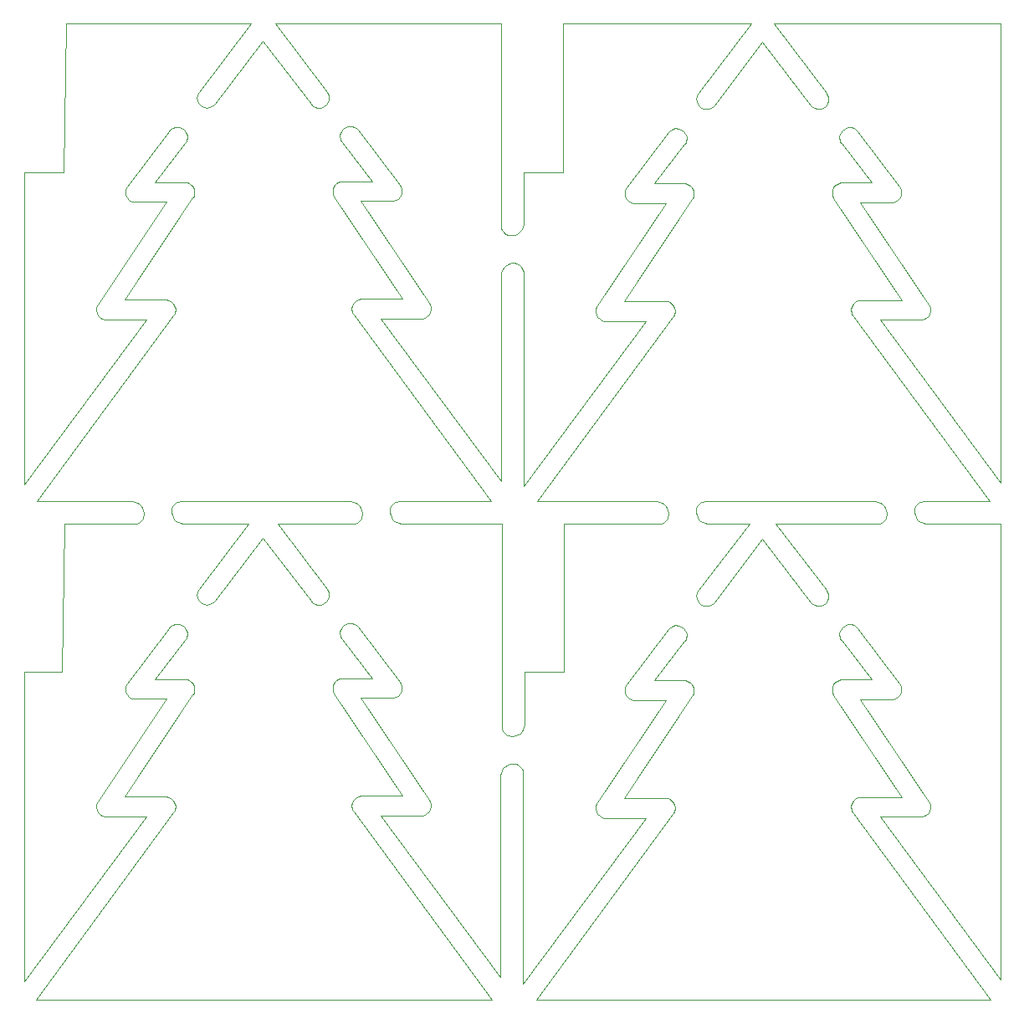
<source format=gko>
G04*
G04 #@! TF.GenerationSoftware,Altium Limited,Altium Designer,23.1.1 (15)*
G04*
G04 Layer_Color=16711935*
%FSLAX25Y25*%
%MOIN*%
G70*
G04*
G04 #@! TF.SameCoordinates,F91F9CD3-C7A0-4A43-B12F-26B318A194AE*
G04*
G04*
G04 #@! TF.FilePolarity,Positive*
G04*
G01*
G75*
%ADD34C,0.00001*%
D34*
X229684Y447421D02*
X230866Y447058D01*
X231880Y446351D01*
X232254Y445858D01*
X232254Y445858D01*
X248947Y423906D01*
X249280Y423468D01*
X249681Y422443D01*
X249785Y421347D01*
X249585Y420265D02*
X249785Y421347D01*
X249096Y419279D02*
X249585Y420265D01*
X248356Y418465D02*
X249096Y419279D01*
X247421Y417885D02*
X248356Y418465D01*
X246362Y417583D02*
X247421Y417885D01*
X233486Y417583D02*
X246362D01*
X233486D02*
X260636Y376859D01*
X260932Y376414D01*
X261267Y375399D01*
X261318Y374331D01*
X261084Y373287D02*
X261318Y374331D01*
X260579Y372345D02*
X261084Y373287D01*
X259841Y371570D02*
X260579Y372345D01*
X258924Y371021D02*
X259841Y371570D01*
X257893Y370736D02*
X258924Y371021D01*
X241503Y370736D02*
X257893D01*
X241503D02*
X289299Y305870D01*
Y387858D01*
X289299Y388351D02*
X289299Y387858D01*
X289299Y388351D02*
X289491Y389317D01*
X289868Y390227D01*
X290415Y391046D01*
X291112Y391742D01*
X291931Y392289D01*
X292841Y392666D01*
X293807Y392858D01*
X294299Y392858D01*
X294299Y392858D01*
X294693D01*
X295466Y392705D01*
X296194Y392403D01*
X296849Y391965D01*
X297406Y391408D01*
X297844Y390753D01*
X298146Y390025D01*
X298299Y389252D01*
Y388858D02*
Y389252D01*
Y303929D02*
Y388858D01*
Y303929D02*
X346867Y369842D01*
X330477D02*
X346867D01*
X329446Y370127D02*
X330477Y369842D01*
X328529Y370677D02*
X329446Y370127D01*
X327791Y371451D02*
X328529Y370677D01*
X327287Y372394D02*
X327791Y371451D01*
X327052Y373437D02*
X327287Y372394D01*
X327052Y373437D02*
X327103Y374505D01*
X327438Y375521D01*
X327734Y375965D01*
X354884Y416689D01*
X342008D02*
X354884D01*
X340949Y416991D02*
X342008Y416689D01*
X340014Y417571D02*
X340949Y416991D01*
X339274Y418385D02*
X340014Y417571D01*
X338785Y419371D02*
X339274Y418385D01*
X338585Y420453D02*
X338785Y419371D01*
X338585Y420453D02*
X338689Y421549D01*
X339090Y422574D01*
X339423Y423012D01*
X356116Y444965D01*
Y444965D02*
Y444965D01*
Y444965D02*
X356490Y445457D01*
X357504Y446165D01*
X358686Y446527D01*
X359923Y446511D01*
X361094Y446116D01*
X362089Y445381D01*
X362810Y444376D01*
X363189Y443199D01*
Y442581D02*
Y443199D01*
Y442260D02*
Y442581D01*
X363085Y441627D02*
X363189Y442260D01*
X362880Y441019D02*
X363085Y441627D01*
X362580Y440452D02*
X362880Y441019D01*
X362386Y440197D02*
X362580Y440452D01*
X350500Y424567D02*
X362386Y440197D01*
X350500Y424567D02*
X362631D01*
X363392Y424415D01*
X364108Y424118D01*
X364754Y423687D01*
X365302Y423139D01*
X365733Y422494D01*
X366030Y421777D01*
X366181Y421016D01*
Y420628D02*
Y421016D01*
Y420338D02*
Y420628D01*
X366096Y419764D02*
X366181Y420338D01*
X365928Y419209D02*
X366096Y419764D01*
X365681Y418685D02*
X365928Y419209D01*
X365520Y418443D02*
X365681Y418685D01*
X338370Y377719D02*
X365520Y418443D01*
X338370Y377719D02*
X355049D01*
X355810Y377568D01*
X356527Y377271D01*
X357172Y376840D01*
X357720Y376291D01*
X358152Y375646D01*
X358448Y374930D01*
X358600Y374169D01*
Y373781D02*
Y374169D01*
Y373467D02*
Y373781D01*
X358501Y372848D02*
X358600Y373467D01*
X358305Y372252D02*
X358501Y372848D01*
X358017Y371695D02*
X358305Y372252D01*
X357831Y371443D02*
X358017Y371695D01*
X303715Y298000D02*
X357831Y371443D01*
X303715Y298000D02*
X314500D01*
X351000Y298000D01*
X351493Y298000D01*
X352459Y297808D01*
X353368Y297431D01*
X354187Y296884D01*
X354884Y296187D01*
X355431Y295368D01*
X355808Y294458D01*
X356000Y293493D01*
X356000Y293000D02*
X356000Y293493D01*
X356000Y292606D02*
Y293000D01*
X355846Y291833D02*
X356000Y292606D01*
X355545Y291105D02*
X355846Y291833D01*
X355107Y290450D02*
X355545Y291105D01*
X354550Y289893D02*
X355107Y290450D01*
X353895Y289455D02*
X354550Y289893D01*
X353167Y289154D02*
X353895Y289455D01*
X352394Y289000D02*
X353167Y289154D01*
X314500Y289000D02*
X352394D01*
X314500Y230000D02*
Y289000D01*
X298669Y230000D02*
X314500D01*
X298669Y209386D02*
X298669Y230000D01*
X298669Y209386D02*
X298669Y208893D01*
X298477Y207927D02*
X298669Y208893D01*
X298100Y207017D02*
X298477Y207927D01*
X297553Y206199D02*
X298100Y207017D01*
X296857Y205502D02*
X297553Y206199D01*
X296038Y204955D02*
X296857Y205502D01*
X295128Y204578D02*
X296038Y204955D01*
X294162Y204386D02*
X295128Y204578D01*
X293669Y204386D02*
X294162Y204386D01*
X293275Y204386D02*
X293669D01*
X292502Y204539D02*
X293275Y204386D01*
X291775Y204841D02*
X292502Y204539D01*
X291119Y205279D02*
X291775Y204841D01*
X290562Y205836D02*
X291119Y205279D01*
X290125Y206491D02*
X290562Y205836D01*
X289823Y207219D02*
X290125Y206491D01*
X289669Y207992D02*
X289823Y207219D01*
X289669Y207992D02*
Y208386D01*
Y250386D01*
X289700D01*
Y289000D01*
X250000D02*
X289700D01*
X249507Y289000D02*
X250000Y289000D01*
X248541Y289192D02*
X249507Y289000D01*
X247632Y289569D02*
X248541Y289192D01*
X246813Y290116D02*
X247632Y289569D01*
X246116Y290813D02*
X246813Y290116D01*
X245569Y291632D02*
X246116Y290813D01*
X245192Y292542D02*
X245569Y291632D01*
X245000Y293508D02*
X245192Y292542D01*
X245000Y293508D02*
X245000Y294000D01*
Y294394D01*
X245154Y295167D01*
X245455Y295895D01*
X245893Y296550D01*
X246450Y297107D01*
X247105Y297545D01*
X247833Y297846D01*
X248606Y298000D01*
X285314D01*
X230539Y372336D02*
X285314Y298000D01*
X230353Y372589D02*
X230539Y372336D01*
X230065Y373146D02*
X230353Y372589D01*
X229870Y373742D02*
X230065Y373146D01*
X229770Y374361D02*
X229870Y373742D01*
X229770Y374361D02*
Y374675D01*
Y375062D01*
X229922Y375823D01*
X230219Y376540D01*
X230650Y377185D01*
X231198Y377734D01*
X231843Y378165D01*
X232560Y378462D01*
X233321Y378613D01*
X249999D01*
X222850Y419337D02*
X249999Y378613D01*
X222689Y419578D02*
X222850Y419337D01*
X222442Y420103D02*
X222689Y419578D01*
X222274Y420658D02*
X222442Y420103D01*
X222189Y421232D02*
X222274Y420658D01*
X222189Y421232D02*
Y421522D01*
Y421910D01*
X222340Y422671D01*
X222637Y423387D01*
X223068Y424032D01*
X223617Y424581D01*
X224262Y425012D01*
X224978Y425309D01*
X225739Y425460D01*
X237870D01*
X225984Y441090D02*
X237870Y425460D01*
X225790Y441346D02*
X225984Y441090D01*
X225489Y441913D02*
X225790Y441346D01*
X225285Y442521D02*
X225489Y441913D01*
X225181Y443154D02*
X225285Y442521D01*
X225181Y443154D02*
Y443474D01*
Y444093D01*
X225560Y445270D01*
X226281Y446274D01*
X227276Y447009D01*
X228447Y447404D01*
X229684Y447421D01*
X193000Y298000D02*
X229000Y298000D01*
X229492Y298000D01*
X230458Y297808D01*
X231368Y297431D01*
X232187Y296884D01*
X232884Y296187D01*
X233431Y295368D01*
X233808Y294458D01*
X234000Y293492D01*
X234000Y293000D02*
X234000Y293492D01*
X234000Y293000D02*
X234000Y293000D01*
Y292606D02*
Y293000D01*
X233846Y291833D02*
X234000Y292606D01*
X233545Y291105D02*
X233846Y291833D01*
X233107Y290450D02*
X233545Y291105D01*
X232550Y289893D02*
X233107Y290450D01*
X231895Y289455D02*
X232550Y289893D01*
X231167Y289154D02*
X231895Y289455D01*
X230394Y289000D02*
X231167Y289154D01*
X200189Y289000D02*
X230394D01*
X200189D02*
X219979Y263122D01*
X219979Y263122D02*
X219979Y263122D01*
X219979Y263122D02*
X220175Y262866D01*
X220478Y262297D01*
X220684Y261687D01*
X220789Y261051D01*
Y260729D02*
Y261051D01*
Y260111D02*
Y260729D01*
X220411Y258935D02*
X220789Y260111D01*
X219691Y257932D02*
X220411Y258935D01*
X218698Y257197D02*
X219691Y257932D01*
X217528Y256801D02*
X218698Y257197D01*
X216293Y256782D02*
X217528Y256801D01*
X215111Y257142D02*
X216293Y256782D01*
X214097Y257846D02*
X215111Y257142D01*
X213722Y258337D02*
X214097Y257846D01*
X194500Y283473D02*
X213722Y258337D01*
X175278D02*
X194500Y283473D01*
X175278Y258337D02*
X175278D01*
X174963Y257925D02*
X175278Y258337D01*
X174142Y257292D02*
X174963Y257925D01*
X173184Y256894D02*
X174142Y257292D01*
X172156Y256757D02*
X173184Y256894D01*
X171128Y256890D02*
X172156Y256757D01*
X170169Y257285D02*
X171128Y256890D01*
X169345Y257915D02*
X170169Y257285D01*
X168713Y258737D02*
X169345Y257915D01*
X168314Y259695D02*
X168713Y258737D01*
X168177Y260722D02*
X168314Y259695D01*
X168177Y260722D02*
X168311Y261751D01*
X168706Y262710D01*
X169021Y263122D01*
X188811Y289000D01*
X163000Y289000D02*
X188811Y289000D01*
X162507D02*
X163000Y289000D01*
X161542Y289192D02*
X162507Y289000D01*
X160632Y289569D02*
X161542Y289192D01*
X159813Y290116D02*
X160632Y289569D01*
X159116Y290813D02*
X159813Y290116D01*
X158569Y291632D02*
X159116Y290813D01*
X158192Y292542D02*
X158569Y291632D01*
X158000Y293508D02*
X158192Y292542D01*
X158000Y293508D02*
X158000Y294000D01*
X158000Y294394D02*
X158000Y294000D01*
X158000Y294394D02*
X158154Y295167D01*
X158455Y295895D01*
X158893Y296550D01*
X159450Y297107D01*
X160105Y297545D01*
X160833Y297846D01*
X161606Y298000D01*
X193000D01*
X410000D02*
X438000Y298000D01*
X438492Y298000D01*
X439458Y297808D01*
X440368Y297431D01*
X441187Y296884D01*
X441884Y296187D01*
X442431Y295368D01*
X442808Y294458D01*
X443000Y293493D01*
X443000Y293000D02*
X443000Y293493D01*
X443000Y293000D02*
X443000Y293000D01*
Y292606D02*
Y293000D01*
X442846Y291833D02*
X443000Y292606D01*
X442545Y291105D02*
X442846Y291833D01*
X442107Y290450D02*
X442545Y291105D01*
X441550Y289893D02*
X442107Y290450D01*
X440895Y289455D02*
X441550Y289893D01*
X440167Y289154D02*
X440895Y289455D01*
X439394Y289000D02*
X440167Y289154D01*
X408000Y289000D02*
X439394D01*
X398807D02*
X408000D01*
X398807D02*
X418979Y262621D01*
X418979Y262621D02*
X418979Y262621D01*
X418979Y262621D02*
X419174Y262366D01*
X419478Y261797D01*
X419684Y261187D01*
X419789Y260551D01*
Y260229D02*
Y260551D01*
Y259612D02*
Y260229D01*
X419411Y258436D02*
X419789Y259612D01*
X418691Y257432D02*
X419411Y258436D01*
X417698Y256697D02*
X418691Y257432D01*
X416528Y256300D02*
X417698Y256697D01*
X415293Y256282D02*
X416528Y256300D01*
X414112Y256642D02*
X415293Y256282D01*
X413097Y257346D02*
X414112Y256642D01*
X412722Y257837D02*
X413097Y257346D01*
X393500Y282973D02*
X412722Y257837D01*
X374278D02*
X393500Y282973D01*
X374278Y257837D02*
X374278D01*
X373963Y257425D02*
X374278Y257837D01*
X373142Y256792D02*
X373963Y257425D01*
X372184Y256394D02*
X373142Y256792D01*
X371156Y256257D02*
X372184Y256394D01*
X370128Y256390D02*
X371156Y256257D01*
X369169Y256785D02*
X370128Y256390D01*
X368345Y257416D02*
X369169Y256785D01*
X367713Y258237D02*
X368345Y257416D01*
X367314Y259195D02*
X367713Y258237D01*
X367177Y260223D02*
X367314Y259195D01*
X367177Y260223D02*
X367311Y261251D01*
X367706Y262210D01*
X368021Y262621D01*
X388193Y289000D01*
X372000D02*
X388193D01*
X371508Y289000D02*
X372000Y289000D01*
X370542Y289192D02*
X371508Y289000D01*
X369632Y289569D02*
X370542Y289192D01*
X368813Y290116D02*
X369632Y289569D01*
X368116Y290813D02*
X368813Y290116D01*
X367569Y291632D02*
X368116Y290813D01*
X367192Y292542D02*
X367569Y291632D01*
X367000Y293508D02*
X367192Y292542D01*
X367000Y293508D02*
X367000Y294000D01*
X367000D02*
X367000D01*
X367000D02*
Y294394D01*
X367154Y295167D01*
X367455Y295895D01*
X367893Y296550D01*
X368450Y297107D01*
X369105Y297545D01*
X369833Y297846D01*
X370606Y298000D01*
X410000D01*
X488189Y305519D02*
Y488189D01*
X397898D02*
X488189D01*
X397898D02*
X418979Y460622D01*
X418979Y460622D02*
X418979Y460622D01*
X418979Y460622D02*
X419174Y460366D01*
X419478Y459797D01*
X419684Y459187D01*
X419789Y458551D01*
Y458229D02*
Y458551D01*
Y457612D02*
Y458229D01*
X419411Y456435D02*
X419789Y457612D01*
X418691Y455432D02*
X419411Y456435D01*
X417698Y454697D02*
X418691Y455432D01*
X416528Y454300D02*
X417698Y454697D01*
X415293Y454282D02*
X416528Y454300D01*
X414112Y454642D02*
X415293Y454282D01*
X413097Y455346D02*
X414112Y454642D01*
X412722Y455837D02*
X413097Y455346D01*
X393500Y480973D02*
X412722Y455837D01*
X374278D02*
X393500Y480973D01*
X374278Y455837D02*
X374278D01*
X373963Y455425D02*
X374278Y455837D01*
X373142Y454792D02*
X373963Y455425D01*
X372184Y454394D02*
X373142Y454792D01*
X371156Y454257D02*
X372184Y454394D01*
X370128Y454390D02*
X371156Y454257D01*
X369169Y454785D02*
X370128Y454390D01*
X368345Y455415D02*
X369169Y454785D01*
X367713Y456237D02*
X368345Y455415D01*
X367314Y457195D02*
X367713Y456237D01*
X367177Y458222D02*
X367314Y457195D01*
X367177Y458222D02*
X367311Y459251D01*
X367706Y460210D01*
X368021Y460622D01*
X389102Y488189D01*
X313886D02*
X389102D01*
X313886Y429000D02*
Y488189D01*
X298299Y429000D02*
X313886D01*
X298299Y408858D02*
X298299Y429000D01*
X298299Y408858D02*
X298299Y408366D01*
X298107Y407400D02*
X298299Y408366D01*
X297730Y406490D02*
X298107Y407400D01*
X297183Y405671D02*
X297730Y406490D01*
X296486Y404975D02*
X297183Y405671D01*
X295668Y404427D02*
X296486Y404975D01*
X294758Y404050D02*
X295668Y404427D01*
X293792Y403858D02*
X294758Y404050D01*
X293299Y403858D02*
X293792Y403858D01*
X292905Y403858D02*
X293299D01*
X292132Y404012D02*
X292905Y403858D01*
X291405Y404314D02*
X292132Y404012D01*
X290749Y404751D02*
X291405Y404314D01*
X290192Y405308D02*
X290749Y404751D01*
X289754Y405964D02*
X290192Y405308D01*
X289453Y406692D02*
X289754Y405964D01*
X289299Y407464D02*
X289453Y406692D01*
X289299Y407464D02*
Y407858D01*
Y446858D01*
X289400D01*
Y488189D01*
X199280D02*
X289400D01*
X199280D02*
X219979Y461122D01*
X219979Y461122D02*
X219979Y461122D01*
X219979Y461122D02*
X220175Y460866D01*
X220478Y460297D01*
X220684Y459687D01*
X220789Y459051D01*
Y458729D02*
Y459051D01*
Y458111D02*
Y458729D01*
X220411Y456936D02*
X220789Y458111D01*
X219691Y455932D02*
X220411Y456936D01*
X218698Y455197D02*
X219691Y455932D01*
X217528Y454801D02*
X218698Y455197D01*
X216293Y454782D02*
X217528Y454801D01*
X215111Y455142D02*
X216293Y454782D01*
X214097Y455846D02*
X215111Y455142D01*
X213722Y456337D02*
X214097Y455846D01*
X194500Y481473D02*
X213722Y456337D01*
X175278D02*
X194500Y481473D01*
X175278Y456337D02*
X175278D01*
X174963Y455925D02*
X175278Y456337D01*
X174142Y455292D02*
X174963Y455925D01*
X173184Y454894D02*
X174142Y455292D01*
X172156Y454757D02*
X173184Y454894D01*
X171128Y454890D02*
X172156Y454757D01*
X170169Y455286D02*
X171128Y454890D01*
X169345Y455915D02*
X170169Y455286D01*
X168713Y456737D02*
X169345Y455915D01*
X168314Y457695D02*
X168713Y456737D01*
X168177Y458722D02*
X168314Y457695D01*
X168177Y458722D02*
X168311Y459751D01*
X168706Y460710D01*
X169021Y461122D01*
X189720Y488189D01*
X115987D02*
X189720D01*
X115116Y428991D02*
X115987Y488189D01*
X99410Y428991D02*
X115116D01*
X99410Y304578D02*
Y428991D01*
Y304578D02*
X147867Y370342D01*
X131477D02*
X147867D01*
X130446Y370627D02*
X131477Y370342D01*
X129529Y371177D02*
X130446Y370627D01*
X128791Y371951D02*
X129529Y371177D01*
X128287Y372894D02*
X128791Y371951D01*
X128052Y373937D02*
X128287Y372894D01*
X128052Y373937D02*
X128103Y375005D01*
X128438Y376021D01*
X128734Y376466D01*
X155884Y417190D01*
X143008D02*
X155884D01*
X141949Y417491D02*
X143008Y417190D01*
X141014Y418071D02*
X141949Y417491D01*
X140274Y418885D02*
X141014Y418071D01*
X139785Y419871D02*
X140274Y418885D01*
X139585Y420953D02*
X139785Y419871D01*
X139585Y420953D02*
X139689Y422049D01*
X140090Y423074D01*
X140423Y423512D01*
X157116Y445465D01*
Y445465D02*
Y445465D01*
Y445465D02*
X157490Y445957D01*
X158504Y446664D01*
X159686Y447027D01*
X160923Y447011D01*
X162094Y446616D01*
X163089Y445881D01*
X163810Y444876D01*
X164189Y443699D01*
Y443081D02*
Y443699D01*
Y442760D02*
Y443081D01*
X164085Y442127D02*
X164189Y442760D01*
X163881Y441519D02*
X164085Y442127D01*
X163580Y440952D02*
X163881Y441519D01*
X163386Y440697D02*
X163580Y440952D01*
X151500Y425067D02*
X163386Y440697D01*
X151500Y425067D02*
X163631D01*
X164392Y424915D01*
X165108Y424618D01*
X165753Y424187D01*
X166302Y423639D01*
X166733Y422994D01*
X167030Y422277D01*
X167181Y421516D01*
Y421128D02*
Y421516D01*
Y420838D02*
Y421128D01*
X167096Y420264D02*
X167181Y420838D01*
X166928Y419709D02*
X167096Y420264D01*
X166681Y419185D02*
X166928Y419709D01*
X166520Y418943D02*
X166681Y419185D01*
X139371Y378219D02*
X166520Y418943D01*
X139371Y378219D02*
X156049D01*
X156810Y378068D01*
X157527Y377771D01*
X158172Y377340D01*
X158721Y376791D01*
X159151Y376146D01*
X159448Y375430D01*
X159600Y374669D01*
Y374281D02*
Y374669D01*
Y373967D02*
Y374281D01*
X159501Y373348D02*
X159600Y373967D01*
X159305Y372752D02*
X159501Y373348D01*
X159017Y372195D02*
X159305Y372752D01*
X158831Y371943D02*
X159017Y372195D01*
X104347Y298000D02*
X158831Y371943D01*
X104347Y298000D02*
X115386D01*
X142000Y298000D01*
X142492Y298000D01*
X143458Y297808D01*
X144368Y297431D01*
X145187Y296884D01*
X145884Y296187D01*
X146431Y295368D01*
X146808Y294458D01*
X147000Y293493D01*
X147000Y293000D02*
X147000Y293493D01*
X147000Y293000D02*
X147000Y293000D01*
Y292606D02*
Y293000D01*
X146846Y291833D02*
X147000Y292606D01*
X146545Y291105D02*
X146846Y291833D01*
X146107Y290450D02*
X146545Y291105D01*
X145550Y289893D02*
X146107Y290450D01*
X144895Y289455D02*
X145550Y289893D01*
X144167Y289154D02*
X144895Y289455D01*
X143394Y289000D02*
X144167Y289154D01*
X115253Y289000D02*
X143394D01*
X114386Y230000D02*
X115253Y289000D01*
X99410Y230000D02*
X114386D01*
X99410Y106579D02*
Y230000D01*
Y106579D02*
X147867Y172342D01*
X131477D02*
X147867D01*
X130446Y172627D02*
X131477Y172342D01*
X129529Y173177D02*
X130446Y172627D01*
X128791Y173951D02*
X129529Y173177D01*
X128287Y174894D02*
X128791Y173951D01*
X128052Y175937D02*
X128287Y174894D01*
X128052Y175937D02*
X128103Y177005D01*
X128438Y178021D01*
X128734Y178465D01*
X155884Y219190D01*
X143008D02*
X155884D01*
X141949Y219491D02*
X143008Y219190D01*
X141014Y220071D02*
X141949Y219491D01*
X140274Y220885D02*
X141014Y220071D01*
X139785Y221871D02*
X140274Y220885D01*
X139585Y222953D02*
X139785Y221871D01*
X139585Y222953D02*
X139689Y224049D01*
X140090Y225074D01*
X140423Y225512D01*
X157116Y247465D01*
Y247465D02*
Y247465D01*
Y247465D02*
X157490Y247957D01*
X158504Y248664D01*
X159686Y249027D01*
X160923Y249010D01*
X162094Y248616D01*
X163089Y247881D01*
X163810Y246876D01*
X164189Y245699D01*
Y245081D02*
Y245699D01*
Y244760D02*
Y245081D01*
X164085Y244127D02*
X164189Y244760D01*
X163881Y243519D02*
X164085Y244127D01*
X163580Y242952D02*
X163881Y243519D01*
X163386Y242697D02*
X163580Y242952D01*
X151500Y227066D02*
X163386Y242697D01*
X151500Y227066D02*
X163631D01*
X164392Y226915D01*
X165108Y226618D01*
X165753Y226187D01*
X166302Y225639D01*
X166733Y224994D01*
X167030Y224277D01*
X167181Y223516D01*
Y223128D02*
Y223516D01*
Y222838D02*
Y223128D01*
X167096Y222264D02*
X167181Y222838D01*
X166928Y221709D02*
X167096Y222264D01*
X166681Y221185D02*
X166928Y221709D01*
X166520Y220943D02*
X166681Y221185D01*
X139371Y180219D02*
X166520Y220943D01*
X139371Y180219D02*
X156049D01*
X156810Y180068D01*
X157527Y179771D01*
X158172Y179340D01*
X158721Y178791D01*
X159151Y178146D01*
X159448Y177430D01*
X159600Y176669D01*
Y176281D02*
Y176669D01*
Y175967D02*
Y176281D01*
X159501Y175348D02*
X159600Y175967D01*
X159305Y174752D02*
X159501Y175348D01*
X159017Y174195D02*
X159305Y174752D01*
X158831Y173943D02*
X159017Y174195D01*
X103911Y99410D02*
X158831Y173943D01*
X103911Y99410D02*
X285749D01*
X230539Y174336D02*
X285749Y99410D01*
X230353Y174589D02*
X230539Y174336D01*
X230065Y175146D02*
X230353Y174589D01*
X229870Y175742D02*
X230065Y175146D01*
X229770Y176361D02*
X229870Y175742D01*
X229770Y176361D02*
Y176674D01*
Y177062D01*
X229922Y177823D01*
X230219Y178540D01*
X230650Y179185D01*
X231198Y179734D01*
X231843Y180165D01*
X232560Y180462D01*
X233321Y180613D01*
X249999D01*
X222850Y221337D02*
X249999Y180613D01*
X222689Y221578D02*
X222850Y221337D01*
X222442Y222103D02*
X222689Y221578D01*
X222274Y222658D02*
X222442Y222103D01*
X222189Y223232D02*
X222274Y222658D01*
X222189Y223232D02*
Y223522D01*
Y223910D01*
X222340Y224671D01*
X222637Y225387D01*
X223068Y226032D01*
X223617Y226581D01*
X224262Y227012D01*
X224978Y227309D01*
X225739Y227460D01*
X237870D01*
X225984Y243091D02*
X237870Y227460D01*
X225790Y243346D02*
X225984Y243091D01*
X225489Y243913D02*
X225790Y243346D01*
X225285Y244521D02*
X225489Y243913D01*
X225181Y245154D02*
X225285Y244521D01*
X225181Y245154D02*
Y245475D01*
Y246093D01*
X225560Y247270D01*
X226281Y248274D01*
X227276Y249009D01*
X228447Y249404D01*
X229684Y249421D01*
X230866Y249058D01*
X231880Y248351D01*
X232254Y247858D01*
X232254Y247858D01*
X248947Y225906D01*
X249280Y225468D01*
X249681Y224443D01*
X249785Y223347D01*
X249585Y222265D02*
X249785Y223347D01*
X249096Y221279D02*
X249585Y222265D01*
X248356Y220465D02*
X249096Y221279D01*
X247421Y219885D02*
X248356Y220465D01*
X246362Y219583D02*
X247421Y219885D01*
X233486Y219583D02*
X246362D01*
X233486D02*
X260636Y178859D01*
X260932Y178414D01*
X261267Y177399D01*
X261318Y176331D01*
X261084Y175287D02*
X261318Y176331D01*
X260579Y174345D02*
X261084Y175287D01*
X259841Y173571D02*
X260579Y174345D01*
X258924Y173021D02*
X259841Y173571D01*
X257893Y172736D02*
X258924Y173021D01*
X241503Y172736D02*
X257893D01*
X241503D02*
X289055Y108201D01*
Y188386D01*
X289055Y188878D02*
X289055Y188386D01*
X289055Y188878D02*
X289247Y189844D01*
X289624Y190754D01*
X290171Y191573D01*
X290868Y192270D01*
X291687Y192817D01*
X292597Y193194D01*
X293563Y193386D01*
X294055Y193386D01*
X294055Y193386D01*
X294449D01*
X295222Y193232D01*
X295950Y192931D01*
X296605Y192493D01*
X297162Y191936D01*
X297600Y191280D01*
X297901Y190553D01*
X298055Y189780D01*
Y189386D02*
Y189780D01*
Y105598D02*
Y189386D01*
Y105598D02*
X346867Y171842D01*
X330477D02*
X346867D01*
X329446Y172127D02*
X330477Y171842D01*
X328529Y172677D02*
X329446Y172127D01*
X327791Y173451D02*
X328529Y172677D01*
X327287Y174394D02*
X327791Y173451D01*
X327052Y175437D02*
X327287Y174394D01*
X327052Y175437D02*
X327103Y176505D01*
X327438Y177521D01*
X327734Y177965D01*
X354884Y218689D01*
X342008D02*
X354884D01*
X340949Y218991D02*
X342008Y218689D01*
X340014Y219571D02*
X340949Y218991D01*
X339274Y220385D02*
X340014Y219571D01*
X338785Y221371D02*
X339274Y220385D01*
X338585Y222453D02*
X338785Y221371D01*
X338585Y222453D02*
X338689Y223549D01*
X339090Y224574D01*
X339423Y225012D01*
X356116Y246965D01*
Y246965D02*
Y246965D01*
Y246965D02*
X356490Y247457D01*
X357504Y248165D01*
X358686Y248527D01*
X359923Y248511D01*
X361094Y248116D01*
X362089Y247380D01*
X362810Y246376D01*
X363189Y245199D01*
Y244581D02*
Y245199D01*
Y244260D02*
Y244581D01*
X363085Y243627D02*
X363189Y244260D01*
X362880Y243019D02*
X363085Y243627D01*
X362580Y242452D02*
X362880Y243019D01*
X362386Y242197D02*
X362580Y242452D01*
X350500Y226567D02*
X362386Y242197D01*
X350500Y226567D02*
X362631D01*
X363392Y226415D01*
X364108Y226118D01*
X364754Y225687D01*
X365302Y225139D01*
X365733Y224494D01*
X366030Y223777D01*
X366181Y223016D01*
Y222628D02*
Y223016D01*
Y222338D02*
Y222628D01*
X366096Y221764D02*
X366181Y222338D01*
X365928Y221209D02*
X366096Y221764D01*
X365681Y220685D02*
X365928Y221209D01*
X365520Y220443D02*
X365681Y220685D01*
X338370Y179719D02*
X365520Y220443D01*
X338370Y179719D02*
X355049D01*
X355810Y179568D01*
X356527Y179271D01*
X357172Y178840D01*
X357720Y178291D01*
X358152Y177646D01*
X358448Y176930D01*
X358600Y176169D01*
Y175781D02*
Y176169D01*
Y175467D02*
Y175781D01*
X358501Y174848D02*
X358600Y175467D01*
X358305Y174252D02*
X358501Y174848D01*
X358017Y173695D02*
X358305Y174252D01*
X357831Y173443D02*
X358017Y173695D01*
X303280Y99410D02*
X357831Y173443D01*
X303280Y99410D02*
X484380D01*
X429539Y173836D02*
X484380Y99410D01*
X429353Y174089D02*
X429539Y173836D01*
X429066Y174646D02*
X429353Y174089D01*
X428869Y175242D02*
X429066Y174646D01*
X428770Y175861D02*
X428869Y175242D01*
X428770Y175861D02*
Y176174D01*
Y176562D01*
X428922Y177323D01*
X429218Y178040D01*
X429650Y178685D01*
X430198Y179234D01*
X430843Y179665D01*
X431560Y179962D01*
X432321Y180113D01*
X449000D01*
X421850Y220837D02*
X449000Y180113D01*
X421689Y221078D02*
X421850Y220837D01*
X421442Y221603D02*
X421689Y221078D01*
X421274Y222158D02*
X421442Y221603D01*
X421189Y222732D02*
X421274Y222158D01*
X421189Y222732D02*
Y223022D01*
Y223410D01*
X421340Y224170D01*
X421637Y224887D01*
X422068Y225532D01*
X422617Y226081D01*
X423262Y226512D01*
X423978Y226809D01*
X424739Y226960D01*
X436870D01*
X424984Y242590D02*
X436870Y226960D01*
X424790Y242846D02*
X424984Y242590D01*
X424489Y243413D02*
X424790Y242846D01*
X424285Y244021D02*
X424489Y243413D01*
X424181Y244654D02*
X424285Y244021D01*
X424181Y244654D02*
Y244974D01*
Y245593D01*
X424560Y246770D01*
X425281Y247774D01*
X426276Y248509D01*
X427447Y248904D01*
X428684Y248921D01*
X429866Y248558D01*
X430880Y247851D01*
X431254Y247358D01*
X431254Y247358D01*
X447947Y225406D01*
X448280Y224968D01*
X448681Y223943D01*
X448785Y222847D01*
X448585Y221765D02*
X448785Y222847D01*
X448096Y220779D02*
X448585Y221765D01*
X447356Y219965D02*
X448096Y220779D01*
X446421Y219385D02*
X447356Y219965D01*
X445363Y219083D02*
X446421Y219385D01*
X432486Y219083D02*
X445363D01*
X432486D02*
X459636Y178359D01*
X459932Y177914D01*
X460267Y176899D01*
X460319Y175831D01*
X460083Y174787D02*
X460319Y175831D01*
X459579Y173845D02*
X460083Y174787D01*
X458841Y173071D02*
X459579Y173845D01*
X457924Y172521D02*
X458841Y173071D01*
X456893Y172236D02*
X457924Y172521D01*
X440503Y172236D02*
X456893D01*
X440503D02*
X488189Y107519D01*
Y289000D01*
X459000Y289000D02*
X488189Y289000D01*
X458507D02*
X459000Y289000D01*
X457542Y289192D02*
X458507Y289000D01*
X456632Y289569D02*
X457542Y289192D01*
X455813Y290116D02*
X456632Y289569D01*
X455116Y290813D02*
X455813Y290116D01*
X454569Y291632D02*
X455116Y290813D01*
X454192Y292542D02*
X454569Y291632D01*
X454000Y293508D02*
X454192Y292542D01*
X454000Y293508D02*
X454000Y294000D01*
X454000Y294394D02*
X454000Y294000D01*
X454000Y294394D02*
X454154Y295167D01*
X454455Y295895D01*
X454893Y296550D01*
X455450Y297107D01*
X456105Y297545D01*
X456833Y297846D01*
X457606Y298000D01*
X483945D01*
X429539Y371836D02*
X483945Y298000D01*
X429353Y372089D02*
X429539Y371836D01*
X429066Y372646D02*
X429353Y372089D01*
X428869Y373242D02*
X429066Y372646D01*
X428770Y373861D02*
X428869Y373242D01*
X428770Y373861D02*
Y374174D01*
Y374562D01*
X428922Y375323D01*
X429218Y376040D01*
X429650Y376685D01*
X430198Y377234D01*
X430843Y377665D01*
X431560Y377962D01*
X432321Y378113D01*
X449000D01*
X421850Y418837D02*
X449000Y378113D01*
X421689Y419078D02*
X421850Y418837D01*
X421442Y419603D02*
X421689Y419078D01*
X421274Y420158D02*
X421442Y419603D01*
X421189Y420732D02*
X421274Y420158D01*
X421189Y420732D02*
Y421022D01*
Y421410D01*
X421340Y422170D01*
X421637Y422887D01*
X422068Y423532D01*
X422617Y424081D01*
X423262Y424512D01*
X423978Y424809D01*
X424739Y424960D01*
X436870D01*
X424984Y440590D02*
X436870Y424960D01*
X424790Y440846D02*
X424984Y440590D01*
X424489Y441413D02*
X424790Y440846D01*
X424285Y442021D02*
X424489Y441413D01*
X424181Y442654D02*
X424285Y442021D01*
X424181Y442654D02*
Y442975D01*
Y443593D01*
X424560Y444770D01*
X425281Y445774D01*
X426276Y446509D01*
X427447Y446904D01*
X428684Y446921D01*
X429866Y446558D01*
X430880Y445851D01*
X431254Y445358D01*
X431254Y445358D01*
X447947Y423406D01*
X448280Y422968D01*
X448681Y421943D01*
X448785Y420847D01*
X448585Y419765D02*
X448785Y420847D01*
X448096Y418779D02*
X448585Y419765D01*
X447356Y417965D02*
X448096Y418779D01*
X446421Y417385D02*
X447356Y417965D01*
X445363Y417083D02*
X446421Y417385D01*
X432486Y417083D02*
X445363D01*
X432486D02*
X459636Y376359D01*
X459932Y375914D01*
X460267Y374899D01*
X460319Y373831D01*
X460083Y372787D02*
X460319Y373831D01*
X459579Y371845D02*
X460083Y372787D01*
X458841Y371071D02*
X459579Y371845D01*
X457924Y370521D02*
X458841Y371071D01*
X456893Y370236D02*
X457924Y370521D01*
X440503Y370236D02*
X456893D01*
X440503D02*
X488189Y305519D01*
M02*

</source>
